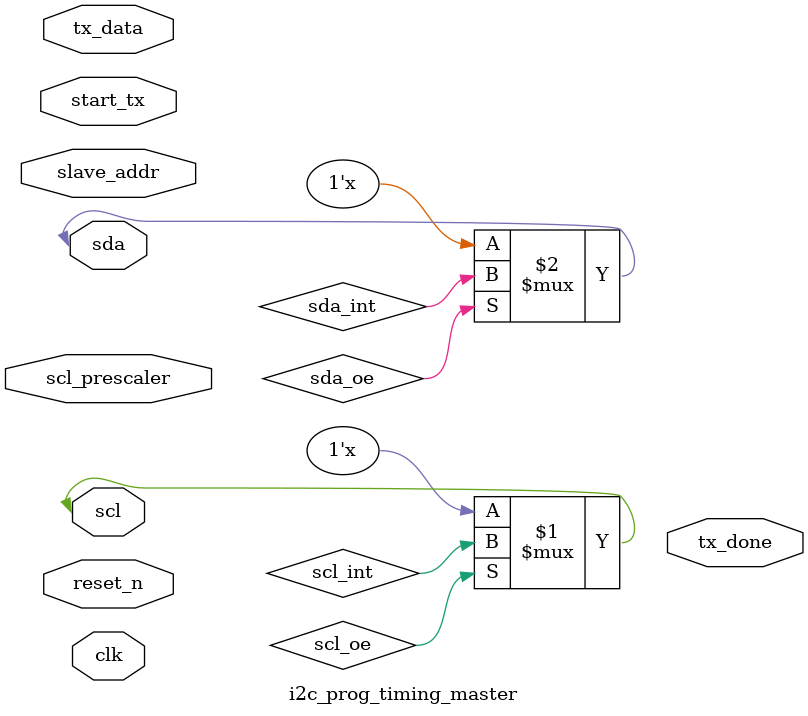
<source format=sv>
module i2c_prog_timing_master #(
    parameter DEFAULT_PRESCALER = 16'd100
)(
    input clk, reset_n,
    input [15:0] scl_prescaler,
    input [7:0] tx_data,
    input [6:0] slave_addr,
    input start_tx,
    output reg tx_done,
    inout scl, sda
);
    reg [15:0] clk_div_count;
    reg [15:0] active_prescaler;
    reg scl_int, sda_int, scl_oe, sda_oe;
    reg [3:0] state;
    
    assign scl = scl_oe ? scl_int : 1'bz;
    assign sda = sda_oe ? sda_int : 1'bz;
    
    always @(posedge clk or negedge reset_n) begin
        if (!reset_n)
            active_prescaler <= DEFAULT_PRESCALER;
        else if (state == 4'd0 && start_tx)
            active_prescaler <= (scl_prescaler == 16'd0) ? 
                              DEFAULT_PRESCALER : scl_prescaler;
    end
endmodule
</source>
